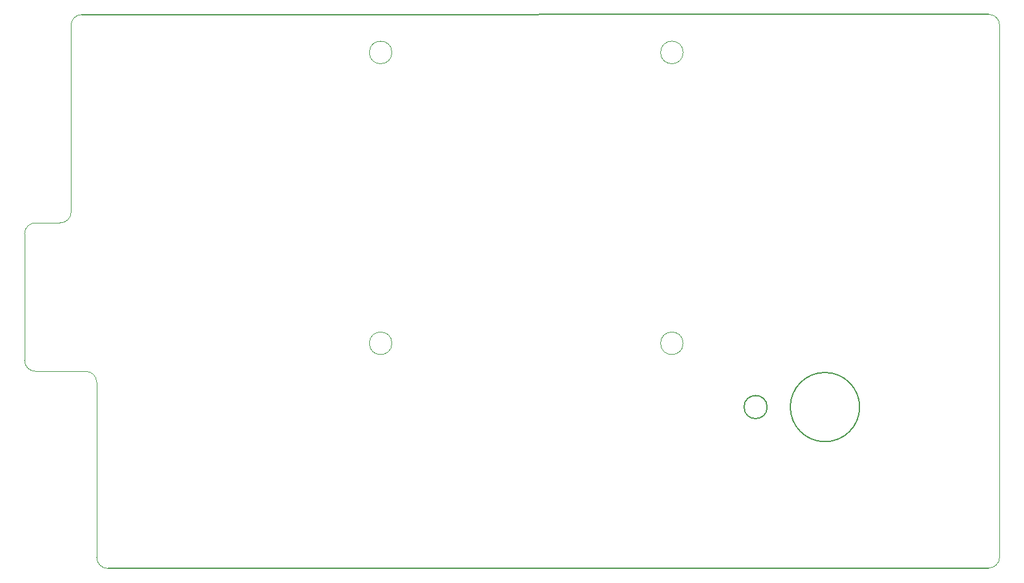
<source format=gbr>
G04 #@! TF.GenerationSoftware,KiCad,Pcbnew,(5.1.6)-1*
G04 #@! TF.CreationDate,2021-02-10T22:01:06+11:00*
G04 #@! TF.ProjectId,SIM CNTL Panel PCB V2,53494d20-434e-4544-9c20-50616e656c20,rev?*
G04 #@! TF.SameCoordinates,Original*
G04 #@! TF.FileFunction,Profile,NP*
%FSLAX46Y46*%
G04 Gerber Fmt 4.6, Leading zero omitted, Abs format (unit mm)*
G04 Created by KiCad (PCBNEW (5.1.6)-1) date 2021-02-10 22:01:06*
%MOMM*%
%LPD*%
G01*
G04 APERTURE LIST*
G04 #@! TA.AperFunction,Profile*
%ADD10C,0.050000*%
G04 #@! TD*
G04 #@! TA.AperFunction,Profile*
%ADD11C,0.200000*%
G04 #@! TD*
G04 APERTURE END LIST*
D10*
X131550000Y-98000000D02*
G75*
G03*
X131550000Y-98000000I-1550000J0D01*
G01*
X131550000Y-58000000D02*
G75*
G03*
X131550000Y-58000000I-1550000J0D01*
G01*
X171550000Y-58000000D02*
G75*
G03*
X171550000Y-58000000I-1550000J0D01*
G01*
X171550000Y-98000000D02*
G75*
G03*
X171550000Y-98000000I-1550000J0D01*
G01*
X213512399Y-52755424D02*
G75*
G02*
X215010999Y-54287999I1J-1498976D01*
G01*
X215011376Y-127406399D02*
G75*
G02*
X213478801Y-128904999I-1498976J-1D01*
G01*
X87477224Y-54279801D02*
G75*
G02*
X89009799Y-52781201I1498976J1D01*
G01*
X87503376Y-79933799D02*
G75*
G02*
X85970801Y-81432399I-1498976J-1D01*
G01*
X81101824Y-82931001D02*
G75*
G02*
X82634399Y-81432401I1498976J1D01*
G01*
X82600801Y-101854376D02*
G75*
G02*
X81102201Y-100321801I-1J1498976D01*
G01*
X89509599Y-101853624D02*
G75*
G02*
X91008199Y-103386199I1J-1498976D01*
G01*
X92506801Y-128956176D02*
G75*
G02*
X91008201Y-127423601I-1J1498976D01*
G01*
X91008199Y-103386199D02*
X91008201Y-127423601D01*
X82600801Y-101854376D02*
X89509599Y-101853624D01*
X81101824Y-82931001D02*
X81102201Y-100321801D01*
X85970801Y-81432399D02*
X82634399Y-81432401D01*
X87477224Y-54279801D02*
X87503376Y-79933799D01*
X215010999Y-54287999D02*
X215011376Y-127406399D01*
D11*
X213478801Y-128904999D02*
X92506801Y-128956176D01*
X89009799Y-52781201D02*
X213512399Y-52755424D01*
X195785495Y-106770097D02*
G75*
G03*
X195785495Y-106770097I-4762500J0D01*
G01*
X183085494Y-106770097D02*
G75*
G03*
X183085494Y-106770097I-1587499J0D01*
G01*
M02*

</source>
